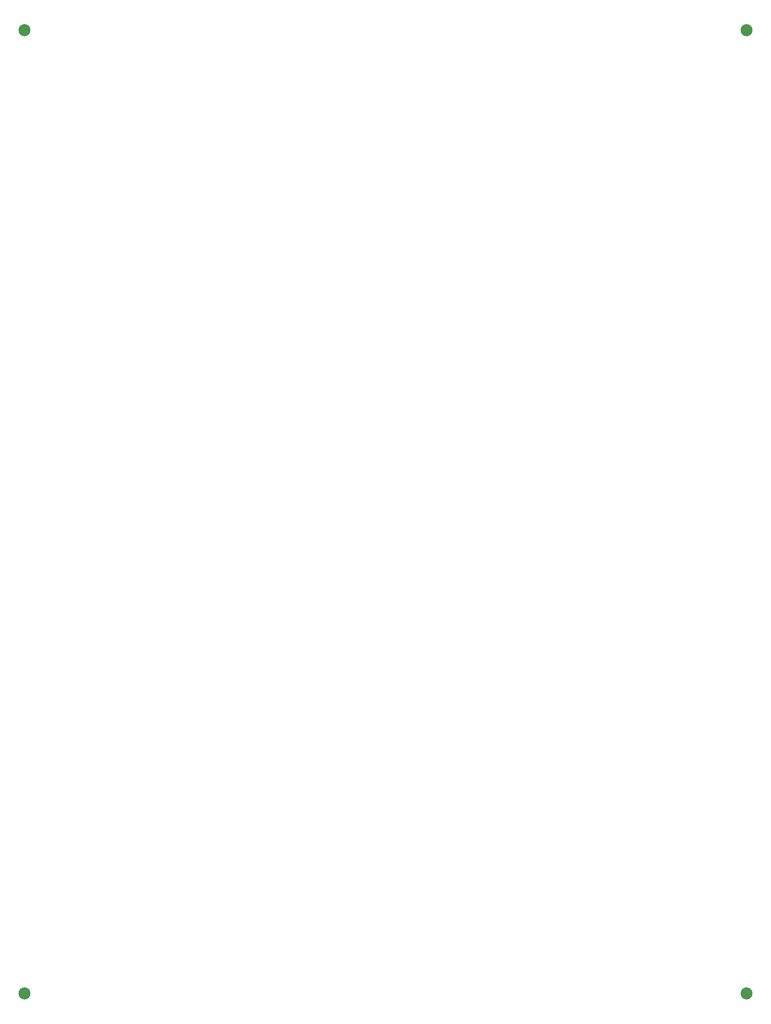
<source format=gtl>
G04 (created by PCBNEW (2013-08-24 BZR 4298)-stable) date Sun 01 Sep 2013 01:56:12 PM PDT*
%MOIN*%
G04 Gerber Fmt 3.4, Leading zero omitted, Abs format*
%FSLAX34Y34*%
G01*
G70*
G90*
G04 APERTURE LIST*
%ADD10C,0.005906*%
%ADD11C,0.098425*%
G04 APERTURE END LIST*
G54D10*
G54D11*
X17716Y-17716D03*
X17716Y-96456D03*
X76771Y-17716D03*
X76771Y-96456D03*
M02*

</source>
